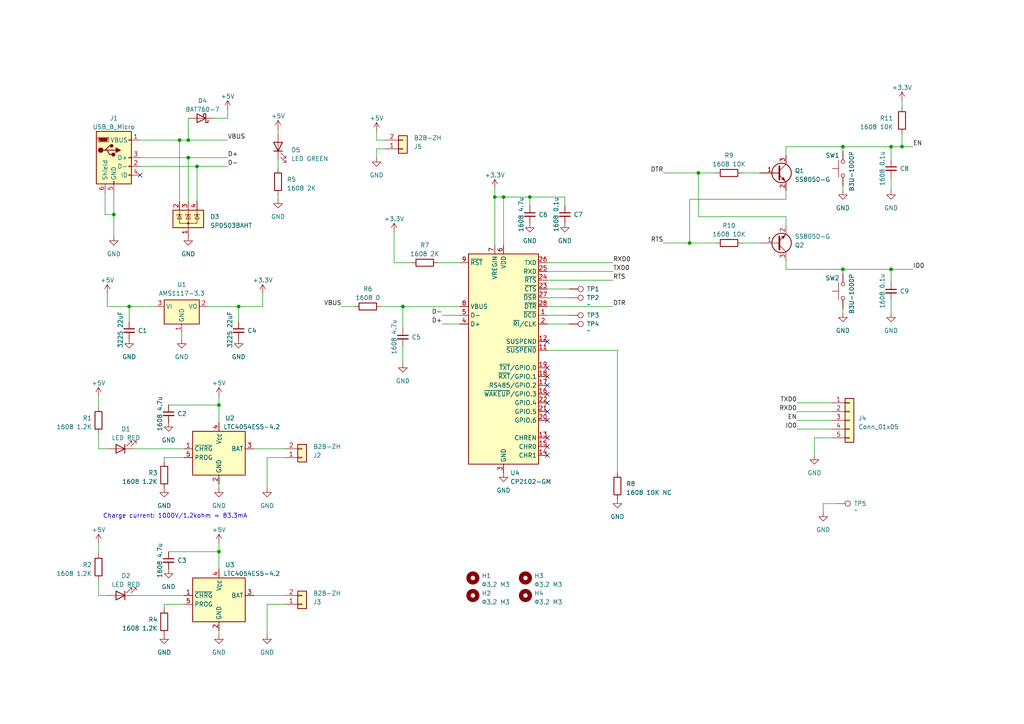
<source format=kicad_sch>
(kicad_sch (version 20230121) (generator eeschema)
  (paper "A4")
  (lib_symbols
    (symbol "Battery_Management:LTC4054ES5-4.2"
      (property "Reference" "U" (at -5.842 6.604 0))
      (property "Value" "LTC4054ES5-4.2" (at 1.524 6.604 0))
      (symbol "LTC4054ES5-4.2_0_1"
        (rectangle (start -7.62 5.08) (end 7.62 -7.62) (stroke (width 0.254)) (fill (type background)))
      )
      (symbol "LTC4054ES5-4.2_1_1"
        (pin open_collector line (at -10.16 0 0) (length 2.54) (name "~{CHRG}") (number "1"))
        (pin power_in line (at 0 -10.16 90) (length 2.54) (name "GND") (number "2"))
        (pin power_out line (at 10.16 0 180) (length 2.54) (name "BAT") (number "3"))
        (pin power_in line (at 0 7.62 270) (length 2.54) (name "V_{CC}") (number "4"))
        (pin bidirectional line (at -10.16 -2.54 0) (length 2.54) (name "PROG") (number "5"))
      )
    )
    (symbol "Connector:TestPoint" (pin_numbers hide) (pin_names (offset 0.762) hide)
      (property "Reference" "TP" (at 0 6.858 0))
      (property "Value" "TestPoint" (at 0 5.08 0))
      (symbol "TestPoint_0_1"
        (circle (center 0 3.302) (radius 0.762))
      )
      (symbol "TestPoint_1_1"
        (pin passive line (at 0 0 90) (length 2.54) (name "1") (number "1"))
      )
    )
    (symbol "Connector:USB_B_Micro" (pin_names (offset 1.016))
      (property "Reference" "J" (at -5.08 11.43 0))
      (property "Value" "USB_B_Micro" (at -5.08 8.89 0))
      (symbol "USB_B_Micro_0_1"
        (rectangle (start -5.08 -7.62) (end 5.08 7.62) (stroke (width 0.254)) (fill (type background)))
        (circle (center -3.81 2.159) (radius 0.635) (stroke (width 0.254)) (fill (type outline)))
        (circle (center -0.635 3.429) (radius 0.381) (stroke (width 0.254)) (fill (type outline)))
        (rectangle (start -0.127 -7.62) (end 0.127 -6.858))
        (polyline (pts (xy -1.905 2.159) (xy 0.635 2.159)) (stroke (width 0.254)))
        (polyline (pts (xy -3.175 2.159) (xy -2.54 2.159) (xy -1.27 3.429) (xy -0.635 3.429)) (stroke (width 0.254)))
        (polyline (pts (xy -2.54 2.159) (xy -1.905 2.159) (xy -1.27 0.889) (xy 0 0.889)) (stroke (width 0.254)))
        (polyline (pts (xy 0.635 2.794) (xy 0.635 1.524) (xy 1.905 2.159) (xy 0.635 2.794)) (stroke (width 0.254)) (fill (type outline)))
        (polyline (pts (xy -4.318 5.588) (xy -1.778 5.588) (xy -2.032 4.826) (xy -4.064 4.826) (xy -4.318 5.588)) (fill (type outline)))
        (polyline (pts (xy -4.699 5.842) (xy -4.699 5.588) (xy -4.445 4.826) (xy -4.445 4.572) (xy -1.651 4.572) (xy -1.651 4.826) (xy -1.397 5.588) (xy -1.397 5.842) (xy -4.699 5.842)))
        (rectangle (start 0.254 1.27) (end -0.508 0.508) (stroke (width 0.254)) (fill (type outline)))
        (rectangle (start 5.08 -5.207) (end 4.318 -4.953))
        (rectangle (start 5.08 -2.667) (end 4.318 -2.413))
        (rectangle (start 5.08 -0.127) (end 4.318 0.127))
        (rectangle (start 5.08 4.953) (end 4.318 5.207))
      )
      (symbol "USB_B_Micro_1_1"
        (pin power_out line (at 7.62 5.08 180) (length 2.54) (name "VBUS") (number "1"))
        (pin bidirectional line (at 7.62 -2.54 180) (length 2.54) (name "D-") (number "2"))
        (pin bidirectional line (at 7.62 0 180) (length 2.54) (name "D+") (number "3"))
        (pin passive line (at 7.62 -5.08 180) (length 2.54) (name "ID") (number "4"))
        (pin power_out line (at 0 -10.16 90) (length 2.54) (name "GND") (number "5"))
        (pin passive line (at -2.54 -10.16 90) (length 2.54) (name "Shield") (number "6"))
      )
    )
    (symbol "Connector_Generic:Conn_01x02" (pin_names (offset 1.016) hide)
      (property "Reference" "J" (at 0 2.54 0))
      (property "Value" "Conn_01x02" (at 0 -5.08 0))
      (symbol "Conn_01x02_1_1"
        (rectangle (start -1.27 -2.413) (end 0 -2.667) (stroke (width 0.1524)))
        (rectangle (start -1.27 0.127) (end 0 -0.127) (stroke (width 0.1524)))
        (rectangle (start -1.27 1.27) (end 1.27 -3.81) (stroke (width 0.254)) (fill (type background)))
        (pin passive line (at -5.08 0 0) (length 3.81) (name "Pin_1") (number "1"))
        (pin passive line (at -5.08 -2.54 0) (length 3.81) (name "Pin_2") (number "2"))
      )
    )
    (symbol "Connector_Generic:Conn_01x05" (pin_names (offset 1.016) hide)
      (property "Reference" "J" (at 0 7.62 0))
      (property "Value" "Conn_01x05" (at 0 -7.62 0))
      (symbol "Conn_01x05_1_1"
        (rectangle (start -1.27 -4.953) (end 0 -5.207) (stroke (width 0.1524)))
        (rectangle (start -1.27 -2.413) (end 0 -2.667) (stroke (width 0.1524)))
        (rectangle (start -1.27 0.127) (end 0 -0.127) (stroke (width 0.1524)))
        (rectangle (start -1.27 2.667) (end 0 2.413) (stroke (width 0.1524)))
        (rectangle (start -1.27 5.207) (end 0 4.953) (stroke (width 0.1524)))
        (rectangle (start -1.27 6.35) (end 1.27 -6.35) (stroke (width 0.254)) (fill (type background)))
        (pin passive line (at -5.08 5.08 0) (length 3.81) (name "Pin_1") (number "1"))
        (pin passive line (at -5.08 2.54 0) (length 3.81) (name "Pin_2") (number "2"))
        (pin passive line (at -5.08 0 0) (length 3.81) (name "Pin_3") (number "3"))
        (pin passive line (at -5.08 -2.54 0) (length 3.81) (name "Pin_4") (number "4"))
        (pin passive line (at -5.08 -5.08 0) (length 3.81) (name "Pin_5") (number "5"))
      )
    )
    (symbol "Device:C_Small" (pin_numbers hide) (pin_names (offset 0.254) hide)
      (property "Reference" "C" (at 0.254 1.778 0))
      (property "Value" "C_Small" (at 0.254 -2.032 0))
      (symbol "C_Small_0_1"
        (polyline (pts (xy -1.524 -0.508) (xy 1.524 -0.508)) (stroke (width 0.3302)))
        (polyline (pts (xy -1.524 0.508) (xy 1.524 0.508)) (stroke (width 0.3048)))
      )
      (symbol "C_Small_1_1"
        (pin passive line (at 0 2.54 270) (length 2.032) (name "~") (number "1"))
        (pin passive line (at 0 -2.54 90) (length 2.032) (name "~") (number "2"))
      )
    )
    (symbol "Device:D_Schottky" (pin_numbers hide) (pin_names (offset 1.016) hide)
      (property "Reference" "D" (at 0 2.54 0))
      (property "Value" "D_Schottky" (at 0 -2.54 0))
      (symbol "D_Schottky_0_1"
        (polyline (pts (xy 1.27 0) (xy -1.27 0)))
        (polyline (pts (xy 1.27 1.27) (xy 1.27 -1.27) (xy -1.27 0) (xy 1.27 1.27)) (stroke (width 0.254)))
        (polyline (pts (xy -1.905 0.635) (xy -1.905 1.27) (xy -1.27 1.27) (xy -1.27 -1.27) (xy -0.635 -1.27) (xy -0.635 -0.635)) (stroke (width 0.254)))
      )
      (symbol "D_Schottky_1_1"
        (pin passive line (at -3.81 0 0) (length 2.54) (name "K") (number "1"))
        (pin passive line (at 3.81 0 180) (length 2.54) (name "A") (number "2"))
      )
    )
    (symbol "Device:LED" (pin_numbers hide) (pin_names (offset 1.016) hide)
      (property "Reference" "D" (at 0 2.54 0))
      (property "Value" "LED" (at 0 -2.54 0))
      (symbol "LED_0_1"
        (polyline (pts (xy -1.27 -1.27) (xy -1.27 1.27)) (stroke (width 0.254)))
        (polyline (pts (xy -1.27 0) (xy 1.27 0)))
        (polyline (pts (xy 1.27 -1.27) (xy 1.27 1.27) (xy -1.27 0) (xy 1.27 -1.27)) (stroke (width 0.254)))
        (polyline (pts (xy -3.048 -0.762) (xy -4.572 -2.286) (xy -3.81 -2.286) (xy -4.572 -2.286) (xy -4.572 -1.524)))
        (polyline (pts (xy -1.778 -0.762) (xy -3.302 -2.286) (xy -2.54 -2.286) (xy -3.302 -2.286) (xy -3.302 -1.524)))
      )
      (symbol "LED_1_1"
        (pin passive line (at -3.81 0 0) (length 2.54) (name "K") (number "1"))
        (pin passive line (at 3.81 0 180) (length 2.54) (name "A") (number "2"))
      )
    )
    (symbol "Device:Q_NPN_BEC" (pin_names (offset 0) hide)
      (property "Reference" "Q" (at 5.08 1.27 0))
      (property "Value" "Q_NPN_BEC" (at 5.08 -1.27 0))
      (symbol "Q_NPN_BEC_0_1"
        (polyline (pts (xy 0.635 0.635) (xy 2.54 2.54)))
        (polyline (pts (xy 0.635 -0.635) (xy 2.54 -2.54) (xy 2.54 -2.54)))
        (polyline (pts (xy 0.635 1.905) (xy 0.635 -1.905) (xy 0.635 -1.905)) (stroke (width 0.508)))
        (polyline (pts (xy 1.27 -1.778) (xy 1.778 -1.27) (xy 2.286 -2.286) (xy 1.27 -1.778) (xy 1.27 -1.778)) (fill (type outline)))
        (circle (center 1.27 0) (radius 2.8194) (stroke (width 0.254)))
      )
      (symbol "Q_NPN_BEC_1_1"
        (pin input line (at -5.08 0 0) (length 5.715) (name "B") (number "1"))
        (pin passive line (at 2.54 -5.08 90) (length 2.54) (name "E") (number "2"))
        (pin passive line (at 2.54 5.08 270) (length 2.54) (name "C") (number "3"))
      )
    )
    (symbol "Device:R" (pin_numbers hide) (pin_names (offset 0))
      (property "Reference" "R" (at 2.032 0 90))
      (property "Value" "R" (at 0 0 90))
      (symbol "R_0_1"
        (rectangle (start -1.016 -2.54) (end 1.016 2.54) (stroke (width 0.254)))
      )
      (symbol "R_1_1"
        (pin passive line (at 0 3.81 270) (length 1.27) (name "~") (number "1"))
        (pin passive line (at 0 -3.81 90) (length 1.27) (name "~") (number "2"))
      )
    )
    (symbol "Interface_USB:CP2102N-Axx-xQFN28"
      (property "Reference" "U" (at -8.89 31.75 0))
      (property "Value" "CP2102N-Axx-xQFN28" (at 12.7 31.75 0))
      (symbol "CP2102N-Axx-xQFN28_0_1"
        (rectangle (start -10.16 30.48) (end 10.16 -30.48) (stroke (width 0.254)) (fill (type background)))
      )
      (symbol "CP2102N-Axx-xQFN28_1_1"
        (pin input line (at 12.7 12.7 180) (length 2.54) (name "~{DCD}") (number "1"))
        (pin no_connect line (at -10.16 -27.94 0) (length 2.54) hide (name "NC") (number "10"))
        (pin output line (at 12.7 2.54 180) (length 2.54) (name "~{SUSPEND}") (number "11"))
        (pin output line (at 12.7 5.08 180) (length 2.54) (name "SUSPEND") (number "12"))
        (pin output line (at 12.7 -22.86 180) (length 2.54) (name "CHREN") (number "13"))
        (pin output line (at 12.7 -27.94 180) (length 2.54) (name "CHR1") (number "14"))
        (pin output line (at 12.7 -25.4 180) (length 2.54) (name "CHR0") (number "15"))
        (pin bidirectional line (at 12.7 -10.16 180) (length 2.54) (name "~{WAKEUP}/GPIO.3") (number "16"))
        (pin bidirectional line (at 12.7 -7.62 180) (length 2.54) (name "RS485/GPIO.2") (number "17"))
        (pin bidirectional line (at 12.7 -5.08 180) (length 2.54) (name "~{RXT}/GPIO.1") (number "18"))
        (pin bidirectional line (at 12.7 -2.54 180) (length 2.54) (name "~{TXT}/GPIO.0") (number "19"))
        (pin bidirectional line (at 12.7 10.16 180) (length 2.54) (name "~{RI}/CLK") (number "2"))
        (pin bidirectional line (at 12.7 -17.78 180) (length 2.54) (name "GPIO.6") (number "20"))
        (pin bidirectional line (at 12.7 -15.24 180) (length 2.54) (name "GPIO.5") (number "21"))
        (pin bidirectional line (at 12.7 -12.7 180) (length 2.54) (name "GPIO.4") (number "22"))
        (pin input line (at 12.7 20.32 180) (length 2.54) (name "~{CTS}") (number "23"))
        (pin output line (at 12.7 22.86 180) (length 2.54) (name "~{RTS}") (number "24"))
        (pin input line (at 12.7 25.4 180) (length 2.54) (name "RXD") (number "25"))
        (pin output line (at 12.7 27.94 180) (length 2.54) (name "TXD") (number "26"))
        (pin input line (at 12.7 17.78 180) (length 2.54) (name "~{DSR}") (number "27"))
        (pin output line (at 12.7 15.24 180) (length 2.54) (name "~{DTR}") (number "28"))
        (pin passive line (at 0 -33.02 90) (length 2.54) hide (name "GND") (number "29"))
        (pin power_in line (at 0 -33.02 90) (length 2.54) (name "GND") (number "3"))
        (pin bidirectional line (at -12.7 10.16 0) (length 2.54) (name "D+") (number "4"))
        (pin bidirectional line (at -12.7 12.7 0) (length 2.54) (name "D-") (number "5"))
        (pin power_in line (at 0 33.02 270) (length 2.54) (name "VDD") (number "6"))
        (pin power_in line (at -2.54 33.02 270) (length 2.54) (name "VREGIN") (number "7"))
        (pin input line (at -12.7 15.24 0) (length 2.54) (name "VBUS") (number "8"))
        (pin input line (at -12.7 27.94 0) (length 2.54) (name "~{RST}") (number "9"))
      )
    )
    (symbol "Mechanical:MountingHole" (pin_names (offset 1.016))
      (property "Reference" "H" (at 0 5.08 0))
      (property "Value" "MountingHole" (at 0 3.175 0))
      (symbol "MountingHole_0_1"
        (circle (center 0 0) (radius 1.27) (stroke (width 1.27)))
      )
    )
    (symbol "Power_Protection:SP0503BAHT" (pin_names hide)
      (property "Reference" "D" (at 5.715 2.54 0))
      (property "Value" "SP0503BAHT" (at 5.715 0.635 0))
      (symbol "SP0503BAHT_0_0"
        (pin passive line (at 0 -5.08 90) (length 2.54) (name "A") (number "1"))
      )
      (symbol "SP0503BAHT_0_1"
        (rectangle (start -4.445 2.54) (end 4.445 -2.54) (stroke (width 0.254)) (fill (type background)))
        (circle (center 0 -1.27) (radius 0.254) (fill (type outline)))
        (polyline (pts (xy -2.54 2.54) (xy -2.54 1.27)))
        (polyline (pts (xy 0 -1.27) (xy 0 -2.54)))
        (polyline (pts (xy 0 -1.27) (xy 0 1.27)))
        (polyline (pts (xy 0 2.54) (xy 0 1.27)))
        (polyline (pts (xy 0.635 1.27) (xy 0.762 1.27)))
        (polyline (pts (xy 2.54 2.54) (xy 2.54 1.27)))
        (polyline (pts (xy 0.635 1.27) (xy -0.762 1.27) (xy -0.762 1.016)))
        (polyline (pts (xy -3.302 1.016) (xy -3.302 1.27) (xy -1.905 1.27) (xy -1.778 1.27)))
        (polyline (pts (xy -2.54 1.27) (xy -2.54 -1.27) (xy 2.54 -1.27) (xy 2.54 1.27)))
        (polyline (pts (xy -2.54 1.27) (xy -1.905 0) (xy -3.175 0) (xy -2.54 1.27)))
        (polyline (pts (xy 0.635 0) (xy -0.635 0) (xy 0 1.27) (xy 0.635 0)))
        (polyline (pts (xy 1.778 1.016) (xy 1.778 1.27) (xy 3.175 1.27) (xy 3.302 1.27)))
        (polyline (pts (xy 2.54 1.27) (xy 1.905 0) (xy 3.175 0) (xy 2.54 1.27)))
      )
      (symbol "SP0503BAHT_1_1"
        (pin passive line (at -2.54 5.08 270) (length 2.54) (name "K") (number "2"))
        (pin passive line (at 0 5.08 270) (length 2.54) (name "K") (number "3"))
        (pin passive line (at 2.54 5.08 270) (length 2.54) (name "K") (number "4"))
      )
    )
    (symbol "Regulator_Linear:AMS1117-3.3"
      (property "Reference" "U" (at -3.81 3.175 0))
      (property "Value" "AMS1117-3.3" (at 0 3.175 0))
      (symbol "AMS1117-3.3_0_1"
        (rectangle (start -5.08 -5.08) (end 5.08 1.905) (stroke (width 0.254)) (fill (type background)))
      )
      (symbol "AMS1117-3.3_1_1"
        (pin power_in line (at 0 -7.62 90) (length 2.54) (name "GND") (number "1"))
        (pin power_out line (at 7.62 0 180) (length 2.54) (name "VO") (number "2"))
        (pin power_in line (at -7.62 0 0) (length 2.54) (name "VI") (number "3"))
      )
    )
    (symbol "Switch:SW_Push" (pin_numbers hide) (pin_names (offset 1.016) hide)
      (property "Reference" "SW" (at 1.27 2.54 0))
      (property "Value" "SW_Push" (at 0 -1.524 0))
      (symbol "SW_Push_0_1"
        (circle (center -2.032 0) (radius 0.508))
        (polyline (pts (xy 0 1.27) (xy 0 3.048)))
        (polyline (pts (xy 2.54 1.27) (xy -2.54 1.27)))
        (circle (center 2.032 0) (radius 0.508))
        (pin passive line (at -5.08 0 0) (length 2.54) (name "1") (number "1"))
        (pin passive line (at 5.08 0 180) (length 2.54) (name "2") (number "2"))
      )
    )
    (symbol "power:+3.3V" (power) (pin_names (offset 0))
      (property "Value" "+3.3V" (at 0 3.556 0))
      (symbol "+3.3V_0_1"
        (polyline (pts (xy -0.762 1.27) (xy 0 2.54)))
        (polyline (pts (xy 0 0) (xy 0 2.54)))
        (polyline (pts (xy 0 2.54) (xy 0.762 1.27)))
      )
      (symbol "+3.3V_1_1"
        (pin power_in line (at 0 0 90) (length 0) hide (name "+3.3V") (number "1"))
      )
    )
    (symbol "power:+5V" (power) (pin_names (offset 0))
      (property "Value" "+5V" (at 0 3.556 0))
      (symbol "+5V_0_1"
        (polyline (pts (xy -0.762 1.27) (xy 0 2.54)))
        (polyline (pts (xy 0 0) (xy 0 2.54)))
        (polyline (pts (xy 0 2.54) (xy 0.762 1.27)))
      )
      (symbol "+5V_1_1"
        (pin power_in line (at 0 0 90) (length 0) hide (name "+5V") (number "1"))
      )
    )
    (symbol "power:GND" (power) (pin_names (offset 0))
      (property "Value" "GND" (at 0 -3.81 0))
      (symbol "GND_0_1"
        (polyline (pts (xy 0 0) (xy 0 -1.27) (xy 1.27 -1.27) (xy 0 -2.54) (xy -1.27 -1.27) (xy 0 -1.27)))
      )
      (symbol "GND_1_1"
        (pin power_in line (at 0 0 270) (length 0) hide (name "GND") (number "1"))
      )
    )
  )
  (junction (at 258.445 42.545))
  (junction (at 146.05 57.15))
  (junction (at 57.15 48.26))
  (junction (at 33.02 62.23))
  (junction (at 153.67 57.15))
  (junction (at 258.445 78.105))
  (junction (at 244.475 42.545))
  (junction (at 200.025 70.485))
  (junction (at 244.475 78.105))
  (junction (at 116.84 88.9))
  (junction (at 143.51 57.15))
  (junction (at 63.5 117.475))
  (junction (at 37.465 88.9))
  (junction (at 52.07 40.64))
  (junction (at 54.61 40.64))
  (junction (at 202.565 50.165))
  (junction (at 63.5 160.02))
  (junction (at 261.62 42.545))
  (junction (at 54.61 45.72))
  (junction (at 69.215 88.9))
  (no_connect (at 158.75 114.3))
  (no_connect (at 158.75 116.84))
  (no_connect (at 158.75 111.76))
  (no_connect (at 158.75 109.22))
  (no_connect (at 158.75 129.54))
  (no_connect (at 158.75 121.92))
  (no_connect (at 158.75 106.68))
  (no_connect (at 158.75 99.06))
  (no_connect (at 158.75 127))
  (no_connect (at 158.75 119.38))
  (no_connect (at 158.75 132.08))
  (no_connect (at 40.64 50.8))
  (wire (pts (xy 53.34 175.26) (xy 47.625 175.26)))
  (wire (pts (xy 48.895 160.02) (xy 63.5 160.02)))
  (wire (pts (xy 158.75 83.82) (xy 165.1 83.82)))
  (wire (pts (xy 244.475 42.545) (xy 244.475 43.815)))
  (wire (pts (xy 143.51 57.15) (xy 146.05 57.15)))
  (wire (pts (xy 114.3 67.31) (xy 114.3 76.2)))
  (wire (pts (xy 258.445 42.545) (xy 258.445 46.355)))
  (wire (pts (xy 231.14 121.92) (xy 241.3 121.92)))
  (wire (pts (xy 244.475 89.535) (xy 244.475 90.805)))
  (wire (pts (xy 57.15 48.26) (xy 66.04 48.26)))
  (wire (pts (xy 54.61 40.64) (xy 66.04 40.64)))
  (wire (pts (xy 261.62 38.735) (xy 261.62 42.545)))
  (wire (pts (xy 215.265 50.165) (xy 220.345 50.165)))
  (wire (pts (xy 28.575 114.935) (xy 28.575 118.11)))
  (wire (pts (xy 48.895 117.475) (xy 63.5 117.475)))
  (wire (pts (xy 153.67 57.15) (xy 163.83 57.15)))
  (wire (pts (xy 244.475 53.975) (xy 244.475 55.245)))
  (wire (pts (xy 158.75 78.74) (xy 177.8 78.74)))
  (wire (pts (xy 192.405 50.165) (xy 202.565 50.165)))
  (wire (pts (xy 143.51 57.15) (xy 143.51 71.12)))
  (wire (pts (xy 261.62 29.21) (xy 261.62 31.115)))
  (wire (pts (xy 77.47 175.26) (xy 82.55 175.26)))
  (wire (pts (xy 244.475 78.105) (xy 244.475 79.375)))
  (wire (pts (xy 77.47 132.715) (xy 82.55 132.715)))
  (wire (pts (xy 77.47 184.15) (xy 77.47 175.26)))
  (wire (pts (xy 231.14 116.84) (xy 241.3 116.84)))
  (wire (pts (xy 28.575 130.175) (xy 28.575 125.73)))
  (wire (pts (xy 158.75 88.9) (xy 177.8 88.9)))
  (wire (pts (xy 109.22 45.72) (xy 109.22 43.18)))
  (wire (pts (xy 38.735 130.175) (xy 53.34 130.175)))
  (wire (pts (xy 227.965 62.865) (xy 227.965 65.405)))
  (wire (pts (xy 116.84 100.33) (xy 116.84 105.41)))
  (wire (pts (xy 215.265 70.485) (xy 220.345 70.485)))
  (wire (pts (xy 163.83 57.15) (xy 163.83 59.69)))
  (wire (pts (xy 80.645 46.355) (xy 80.645 48.895)))
  (wire (pts (xy 80.645 56.515) (xy 80.645 57.785)))
  (wire (pts (xy 128.27 93.98) (xy 133.35 93.98)))
  (wire (pts (xy 202.565 62.865) (xy 227.965 62.865)))
  (wire (pts (xy 28.575 172.72) (xy 28.575 168.275)))
  (wire (pts (xy 227.965 42.545) (xy 244.475 42.545)))
  (wire (pts (xy 236.22 132.08) (xy 236.22 127)))
  (wire (pts (xy 66.04 31.75) (xy 66.04 34.29)))
  (wire (pts (xy 261.62 42.545) (xy 264.795 42.545)))
  (wire (pts (xy 244.475 78.105) (xy 258.445 78.105)))
  (wire (pts (xy 80.645 37.465) (xy 80.645 38.735)))
  (wire (pts (xy 258.445 51.435) (xy 258.445 55.245)))
  (wire (pts (xy 258.445 78.105) (xy 264.795 78.105)))
  (wire (pts (xy 110.49 88.9) (xy 116.84 88.9)))
  (wire (pts (xy 231.14 119.38) (xy 241.3 119.38)))
  (wire (pts (xy 158.75 81.28) (xy 177.8 81.28)))
  (wire (pts (xy 227.965 78.105) (xy 244.475 78.105)))
  (wire (pts (xy 109.22 38.1) (xy 109.22 40.64)))
  (wire (pts (xy 52.705 96.52) (xy 52.705 98.425)))
  (wire (pts (xy 116.84 88.9) (xy 133.35 88.9)))
  (wire (pts (xy 73.66 130.175) (xy 82.55 130.175)))
  (wire (pts (xy 238.76 148.59) (xy 238.76 146.05)))
  (wire (pts (xy 231.14 124.46) (xy 241.3 124.46)))
  (wire (pts (xy 244.475 42.545) (xy 258.445 42.545)))
  (wire (pts (xy 53.34 132.715) (xy 47.625 132.715)))
  (wire (pts (xy 116.84 88.9) (xy 116.84 95.25)))
  (wire (pts (xy 63.5 157.48) (xy 63.5 160.02)))
  (wire (pts (xy 158.75 86.36) (xy 165.1 86.36)))
  (wire (pts (xy 30.48 62.23) (xy 33.02 62.23)))
  (wire (pts (xy 40.64 45.72) (xy 54.61 45.72)))
  (wire (pts (xy 47.625 132.715) (xy 47.625 133.985)))
  (wire (pts (xy 31.115 85.09) (xy 31.115 88.9)))
  (wire (pts (xy 238.76 146.05) (xy 242.57 146.05)))
  (wire (pts (xy 158.75 101.6) (xy 179.07 101.6)))
  (wire (pts (xy 179.07 101.6) (xy 179.07 137.16)))
  (wire (pts (xy 28.575 157.48) (xy 28.575 160.655)))
  (wire (pts (xy 73.66 172.72) (xy 82.55 172.72)))
  (wire (pts (xy 63.5 160.02) (xy 63.5 165.1)))
  (wire (pts (xy 63.5 117.475) (xy 63.5 122.555)))
  (wire (pts (xy 202.565 50.165) (xy 207.645 50.165)))
  (wire (pts (xy 77.47 141.605) (xy 77.47 132.715)))
  (wire (pts (xy 109.22 40.64) (xy 111.76 40.64)))
  (wire (pts (xy 54.61 45.72) (xy 66.04 45.72)))
  (wire (pts (xy 128.27 91.44) (xy 133.35 91.44)))
  (wire (pts (xy 31.115 172.72) (xy 28.575 172.72)))
  (wire (pts (xy 114.3 76.2) (xy 119.38 76.2)))
  (wire (pts (xy 40.64 48.26) (xy 57.15 48.26)))
  (wire (pts (xy 258.445 78.105) (xy 258.445 81.915)))
  (wire (pts (xy 99.06 88.9) (xy 102.87 88.9)))
  (wire (pts (xy 69.215 88.9) (xy 60.325 88.9)))
  (wire (pts (xy 200.025 70.485) (xy 207.645 70.485)))
  (wire (pts (xy 54.61 34.29) (xy 54.61 40.64)))
  (wire (pts (xy 158.75 93.98) (xy 165.1 93.98)))
  (wire (pts (xy 37.465 93.345) (xy 37.465 88.9)))
  (wire (pts (xy 227.965 75.565) (xy 227.965 78.105)))
  (wire (pts (xy 200.025 57.785) (xy 200.025 70.485)))
  (wire (pts (xy 143.51 54.61) (xy 143.51 57.15)))
  (wire (pts (xy 37.465 88.9) (xy 45.085 88.9)))
  (wire (pts (xy 153.67 57.15) (xy 153.67 59.69)))
  (wire (pts (xy 227.965 57.785) (xy 200.025 57.785)))
  (wire (pts (xy 109.22 43.18) (xy 111.76 43.18)))
  (wire (pts (xy 52.07 40.64) (xy 40.64 40.64)))
  (wire (pts (xy 76.2 85.09) (xy 76.2 88.9)))
  (wire (pts (xy 202.565 50.165) (xy 202.565 62.865)))
  (wire (pts (xy 63.5 114.935) (xy 63.5 117.475)))
  (wire (pts (xy 227.965 45.085) (xy 227.965 42.545)))
  (wire (pts (xy 227.965 55.245) (xy 227.965 57.785)))
  (wire (pts (xy 52.07 58.42) (xy 52.07 40.64)))
  (wire (pts (xy 57.15 48.26) (xy 57.15 58.42)))
  (wire (pts (xy 158.75 76.2) (xy 177.8 76.2)))
  (wire (pts (xy 63.5 182.88) (xy 63.5 184.15)))
  (wire (pts (xy 52.07 40.64) (xy 54.61 40.64)))
  (wire (pts (xy 38.735 172.72) (xy 53.34 172.72)))
  (wire (pts (xy 30.48 55.88) (xy 30.48 62.23)))
  (wire (pts (xy 146.05 57.15) (xy 146.05 71.12)))
  (wire (pts (xy 258.445 42.545) (xy 261.62 42.545)))
  (wire (pts (xy 63.5 140.335) (xy 63.5 141.605)))
  (wire (pts (xy 31.115 130.175) (xy 28.575 130.175)))
  (wire (pts (xy 127 76.2) (xy 133.35 76.2)))
  (wire (pts (xy 146.05 57.15) (xy 153.67 57.15)))
  (wire (pts (xy 54.61 45.72) (xy 54.61 58.42)))
  (wire (pts (xy 31.115 88.9) (xy 37.465 88.9)))
  (wire (pts (xy 192.405 70.485) (xy 200.025 70.485)))
  (wire (pts (xy 158.75 91.44) (xy 165.1 91.44)))
  (wire (pts (xy 69.215 93.345) (xy 69.215 88.9)))
  (wire (pts (xy 69.215 88.9) (xy 76.2 88.9)))
  (wire (pts (xy 33.02 62.23) (xy 33.02 68.58)))
  (wire (pts (xy 258.445 86.995) (xy 258.445 90.805)))
  (wire (pts (xy 33.02 55.88) (xy 33.02 62.23)))
  (wire (pts (xy 236.22 127) (xy 241.3 127)))
  (wire (pts (xy 47.625 175.26) (xy 47.625 176.53)))
  (wire (pts (xy 66.04 34.29) (xy 62.23 34.29)))
  (text "Charge current: 1000V/1.2kohm = 83.3mA" (at 29.845 150.495 0) (effects (font (size 1.27 1.27)) (justify left bottom)))
  (label "EN" (at 231.14 121.92 180))
  (label "RTS" (at 192.405 70.485 180))
  (label "DTR" (at 177.8 88.9 0))
  (label "VBUS" (at 66.04 40.64 0))
  (label "VBUS" (at 99.06 88.9 180))
  (label "D-" (at 66.04 48.26 0))
  (label "D+" (at 128.27 93.98 180))
  (label "RXD0" (at 231.14 119.38 180))
  (label "DTR" (at 192.405 50.165 180))
  (label "EN" (at 264.795 42.545 0))
  (label "RTS" (at 177.8 81.28 0))
  (label "D+" (at 66.04 45.72 0))
  (label "TXD0" (at 177.8 78.74 0))
  (label "IO0" (at 264.795 78.105 0))
  (label "RXD0" (at 177.8 76.2 0))
  (label "TXD0" (at 231.14 116.84 180))
  (label "D-" (at 128.27 91.44 180))
  (label "IO0" (at 231.14 124.46 180))
  (symbol (lib_id "power:GND") (at 258.445 90.805 0) (unit 1)
    (property "Reference" "#PWR033" (effects hide))
    (property "Value" "GND" (at 258.445 95.885 0))
  )
  (symbol (lib_id "Device:C_Small") (at 163.83 62.23 0) (unit 1)
    (property "Reference" "C7" (at 166.37 62.23 0) (effects (justify left)))
    (property "Value" "1608 0.1u" (at 161.29 67.31 90) (effects (justify left)))
    (property "Footprint" "Capacitor_SMD:C_0603_1608Metric" (effects hide))
  )
  (symbol (lib_id "Mechanical:MountingHole") (at 152.4 172.72 0) (unit 1)
    (property "Reference" "H4" (at 154.94 172.085 0) (effects (justify left)))
    (property "Value" "Φ3.2 M3" (at 154.94 174.625 0) (effects (justify left)))
    (property "Footprint" "MountingHole:MountingHole_3.2mm_M3" (effects hide))
  )
  (symbol (lib_id "power:GND") (at 238.76 148.59 0) (unit 1)
    (property "Reference" "#PWR036" (effects hide))
    (property "Value" "GND" (at 238.76 153.67 0))
  )
  (symbol (lib_id "Device:R") (at 179.07 140.97 0) (unit 1)
    (property "Reference" "R8" (at 181.61 140.335 0) (effects (justify left)))
    (property "Value" "1608 10K NC" (at 181.61 142.875 0) (effects (justify left)))
    (property "Footprint" "Resistor_SMD:R_0603_1608Metric" (effects hide))
  )
  (symbol (lib_id "Device:R") (at 106.68 88.9 90) (unit 1)
    (property "Reference" "R6" (at 106.68 83.82 90))
    (property "Value" "1608 0" (at 106.68 86.36 90))
    (property "Footprint" "Resistor_SMD:R_0603_1608Metric" (effects hide))
  )
  (symbol (lib_id "Mechanical:MountingHole") (at 152.4 167.64 0) (unit 1)
    (property "Reference" "H3" (at 154.94 167.005 0) (effects (justify left)))
    (property "Value" "Φ3.2 M3" (at 154.94 169.545 0) (effects (justify left)))
    (property "Footprint" "MountingHole:MountingHole_3.2mm_M3" (effects hide))
  )
  (symbol (lib_id "power:GND") (at 52.705 98.425 0) (unit 1)
    (property "Reference" "#PWR010" (effects hide))
    (property "Value" "GND" (at 52.705 103.505 0))
  )
  (symbol (lib_id "Battery_Management:LTC4054ES5-4.2") (at 63.5 130.175 0) (unit 1)
    (property "Reference" "U2" (at 66.675 121.285 0))
    (property "Value" "LTC4054ES5-4.2" (at 73.025 123.825 0))
    (property "Footprint" "Package_TO_SOT_SMD:TSOT-23-5" (effects hide))
    (property "Datasheet" "https://www.analog.com/media/en/technical-documentation/data-sheets/405442xf.pdf" (effects hide))
  )
  (symbol (lib_id "Device:C_Small") (at 258.445 48.895 0) (unit 1)
    (property "Reference" "C8" (at 260.985 48.895 0) (effects (justify left)))
    (property "Value" "1608 0.1u" (at 255.905 53.975 90) (effects (justify left)))
    (property "Footprint" "Capacitor_SMD:C_0603_1608Metric" (effects hide))
  )
  (symbol (lib_id "Device:LED") (at 80.645 42.545 90) (unit 1)
    (property "Reference" "D5" (at 84.455 43.4975 90) (effects (justify right)))
    (property "Value" "LED GREEN" (at 84.455 46.0375 90) (effects (justify right)))
    (property "Footprint" "LED_SMD:LED_0603_1608Metric" (effects hide))
  )
  (symbol (lib_id "power:+5V") (at 28.575 157.48 0) (unit 1)
    (property "Reference" "#PWR02" (effects hide))
    (property "Value" "+5V" (at 28.575 153.67 0))
  )
  (symbol (lib_id "Device:R") (at 28.575 121.92 0) (mirror y) (unit 1)
    (property "Reference" "R1" (at 26.67 121.285 0) (effects (justify left)))
    (property "Value" "1608 1.2K" (at 26.67 123.825 0) (effects (justify left)))
    (property "Footprint" "Resistor_SMD:R_0603_1608Metric" (effects hide))
  )
  (symbol (lib_id "power:GND") (at 48.895 165.1 0) (unit 1)
    (property "Reference" "#PWR09" (effects hide))
    (property "Value" "GND" (at 48.895 170.18 0))
  )
  (symbol (lib_id "Device:R") (at 80.645 52.705 180) (unit 1)
    (property "Reference" "R5" (at 83.185 52.07 0) (effects (justify right)))
    (property "Value" "1608 2K" (at 83.185 54.61 0) (effects (justify right)))
    (property "Footprint" "Resistor_SMD:R_0603_1608Metric" (effects hide))
  )
  (symbol (lib_id "Device:R") (at 211.455 70.485 90) (unit 1)
    (property "Reference" "R10" (at 211.455 65.405 90))
    (property "Value" "1608 10K" (at 211.455 67.945 90))
    (property "Footprint" "Resistor_SMD:R_0603_1608Metric" (effects hide))
  )
  (symbol (lib_id "power:+3.3V") (at 76.2 85.09 0) (unit 1)
    (property "Reference" "#PWR018" (effects hide))
    (property "Value" "+3.3V" (at 76.2 81.28 0))
  )
  (symbol (lib_id "Power_Protection:SP0503BAHT") (at 54.61 63.5 0) (unit 1)
    (property "Reference" "D3" (at 60.96 62.865 0) (effects (justify left)))
    (property "Value" "SP0503BAHT" (at 60.96 65.405 0) (effects (justify left)))
    (property "Footprint" "Package_TO_SOT_SMD:SOT-143" (effects hide))
    (property "Datasheet" "http://www.littelfuse.com/~/media/files/littelfuse/technical%20resources/documents/data%20sheets/sp05xxba.pdf" (effects hide))
  )
  (symbol (lib_id "Connector:TestPoint") (at 165.1 91.44 270) (unit 1)
    (property "Reference" "TP3" (at 170.18 91.44 90) (effects (justify left)))
    (property "Value" "~" (at 170.18 93.345 90) (effects (justify left)))
    (property "Footprint" "TestPoint:TestPoint_Pad_D1.5mm" (effects hide))
  )
  (symbol (lib_id "Connector_Generic:Conn_01x02") (at 116.84 43.18 0) (mirror x) (unit 1)
    (property "Reference" "J5" (at 120.015 42.545 0) (effects (justify left)))
    (property "Value" "B2B-ZH" (at 120.015 40.005 0) (effects (justify left)))
    (property "Footprint" "Connector_PinHeader_2.54mm:PinHeader_1x02_P2.54mm_Vertical" (effects hide))
  )
  (symbol (lib_id "power:+5V") (at 66.04 31.75 0) (unit 1)
    (property "Reference" "#PWR016" (effects hide))
    (property "Value" "+5V" (at 66.04 27.94 0))
  )
  (symbol (lib_id "power:+5V") (at 80.645 37.465 0) (unit 1)
    (property "Reference" "#PWR021" (effects hide))
    (property "Value" "+5V" (at 80.645 33.655 0))
  )
  (symbol (lib_id "power:+3.3V") (at 114.3 67.31 0) (unit 1)
    (property "Reference" "#PWR023" (effects hide))
    (property "Value" "+3.3V" (at 114.3 63.5 0))
  )
  (symbol (lib_id "power:GND") (at 236.22 132.08 0) (unit 1)
    (property "Reference" "#PWR035" (effects hide))
    (property "Value" "GND" (at 236.22 137.16 0))
  )
  (symbol (lib_id "power:GND") (at 77.47 184.15 0) (unit 1)
    (property "Reference" "#PWR020" (effects hide))
    (property "Value" "GND" (at 77.47 189.23 0))
  )
  (symbol (lib_id "Device:D_Schottky") (at 58.42 34.29 180) (unit 1)
    (property "Reference" "D4" (at 58.7375 29.21 0))
    (property "Value" "BAT760-7" (at 58.7375 31.75 0))
    (property "Footprint" "Diode_SMD:D_SOD-323" (effects hide))
  )
  (symbol (lib_id "power:+5V") (at 109.22 38.1 0) (unit 1)
    (property "Reference" "#PWR038" (effects hide))
    (property "Value" "+5V" (at 109.22 34.29 0))
  )
  (symbol (lib_id "Device:Q_NPN_BEC") (at 225.425 70.485 0) (mirror x) (unit 1)
    (property "Reference" "Q2" (at 230.505 71.12 0) (effects (justify left)))
    (property "Value" "SS8050-G" (at 230.505 68.58 0) (effects (justify left)))
    (property "Footprint" "Package_TO_SOT_SMD:SOT-23" (effects hide))
  )
  (symbol (lib_id "Connector:TestPoint") (at 165.1 83.82 270) (unit 1)
    (property "Reference" "TP1" (at 170.18 83.82 90) (effects (justify left)))
    (property "Value" "~" (at 170.18 85.725 90) (effects (justify left)))
    (property "Footprint" "TestPoint:TestPoint_Pad_D1.5mm" (effects hide))
  )
  (symbol (lib_id "power:GND") (at 153.67 64.77 0) (unit 1)
    (property "Reference" "#PWR027" (effects hide))
    (property "Value" "GND" (at 153.67 69.85 0))
  )
  (symbol (lib_id "power:GND") (at 47.625 184.15 0) (unit 1)
    (property "Reference" "#PWR07" (effects hide))
    (property "Value" "GND" (at 47.625 189.23 0))
  )
  (symbol (lib_id "power:GND") (at 116.84 105.41 0) (unit 1)
    (property "Reference" "#PWR024" (effects hide))
    (property "Value" "GND" (at 116.84 110.49 0))
  )
  (symbol (lib_id "Device:LED") (at 34.925 130.175 180) (unit 1)
    (property "Reference" "D1" (at 36.5125 124.46 0))
    (property "Value" "LED RED" (at 36.5125 127 0))
    (property "Footprint" "LED_SMD:LED_0603_1608Metric" (effects hide))
  )
  (symbol (lib_id "Regulator_Linear:AMS1117-3.3") (at 52.705 88.9 0) (unit 1)
    (property "Reference" "U1" (at 52.705 82.55 0))
    (property "Value" "AMS1117-3.3" (at 52.705 85.09 0))
    (property "Footprint" "Package_TO_SOT_SMD:SOT-223-3_TabPin2" (effects hide))
    (property "Datasheet" "http://www.advanced-monolithic.com/pdf/ds1117.pdf" (effects hide))
  )
  (symbol (lib_id "power:GND") (at 163.83 64.77 0) (unit 1)
    (property "Reference" "#PWR028" (effects hide))
    (property "Value" "GND" (at 163.83 69.85 0))
  )
  (symbol (lib_id "Device:C_Small") (at 153.67 62.23 0) (unit 1)
    (property "Reference" "C6" (at 156.21 62.23 0) (effects (justify left)))
    (property "Value" "1608 4.7u" (at 151.13 67.31 90) (effects (justify left)))
    (property "Footprint" "Capacitor_SMD:C_0603_1608Metric" (effects hide))
  )
  (symbol (lib_id "power:GND") (at 69.215 98.425 0) (unit 1)
    (property "Reference" "#PWR017" (effects hide))
    (property "Value" "GND" (at 69.215 103.505 0))
  )
  (symbol (lib_id "power:GND") (at 77.47 141.605 0) (unit 1)
    (property "Reference" "#PWR019" (effects hide))
    (property "Value" "GND" (at 77.47 146.685 0))
  )
  (symbol (lib_id "power:GND") (at 258.445 55.245 0) (unit 1)
    (property "Reference" "#PWR032" (effects hide))
    (property "Value" "GND" (at 258.445 60.325 0))
  )
  (symbol (lib_id "power:GND") (at 63.5 184.15 0) (unit 1)
    (property "Reference" "#PWR015" (effects hide))
    (property "Value" "GND" (at 63.5 189.23 0))
  )
  (symbol (lib_id "Device:C_Small") (at 116.84 97.79 0) (unit 1)
    (property "Reference" "C5" (at 119.38 97.79 0) (effects (justify left)))
    (property "Value" "1608 4.7u" (at 114.3 102.87 90) (effects (justify left)))
    (property "Footprint" "Capacitor_SMD:C_0603_1608Metric" (effects hide))
  )
  (symbol (lib_id "power:+5V") (at 63.5 157.48 0) (unit 1)
    (property "Reference" "#PWR014" (effects hide))
    (property "Value" "+5V" (at 63.5 153.67 0))
  )
  (symbol (lib_id "power:GND") (at 63.5 141.605 0) (unit 1)
    (property "Reference" "#PWR013" (effects hide))
    (property "Value" "GND" (at 63.5 146.685 0))
  )
  (symbol (lib_id "Switch:SW_Push") (at 244.475 48.895 90) (unit 1)
    (property "Reference" "SW1" (at 239.395 45.085 90) (effects (justify right)))
    (property "Value" "B3U-1000P" (at 247.015 43.815 0) (effects (justify right)))
    (property "Footprint" "Button_Switch_SMD:SW_SPST_B3U-1000P" (effects hide))
  )
  (symbol (lib_id "power:GND") (at 33.02 68.58 0) (unit 1)
    (property "Reference" "#PWR04" (effects hide))
    (property "Value" "GND" (at 33.02 73.66 0))
  )
  (symbol (lib_id "Device:LED") (at 34.925 172.72 180) (unit 1)
    (property "Reference" "D2" (at 36.5125 167.005 0))
    (property "Value" "LED RED" (at 36.5125 169.545 0))
    (property "Footprint" "LED_SMD:LED_0603_1608Metric" (effects hide))
  )
  (symbol (lib_id "Device:C_Small") (at 258.445 84.455 0) (unit 1)
    (property "Reference" "C9" (at 260.985 84.455 0) (effects (justify left)))
    (property "Value" "1608 0.1u" (at 255.905 89.535 90) (effects (justify left)))
    (property "Footprint" "Capacitor_SMD:C_0603_1608Metric" (effects hide))
  )
  (symbol (lib_id "Device:C_Small") (at 48.895 162.56 0) (unit 1)
    (property "Reference" "C3" (at 51.435 162.56 0) (effects (justify left)))
    (property "Value" "1608 4.7u" (at 46.355 167.64 90) (effects (justify left)))
    (property "Footprint" "Capacitor_SMD:C_0603_1608Metric" (effects hide))
  )
  (symbol (lib_id "power:+3.3V") (at 261.62 29.21 0) (unit 1)
    (property "Reference" "#PWR034" (effects hide))
    (property "Value" "+3.3V" (at 261.62 25.4 0))
  )
  (symbol (lib_id "Interface_USB:CP2102N-Axx-xQFN28") (at 146.05 104.14 0) (unit 1)
    (property "Reference" "U4" (at 148.0059 137.16 0) (effects (justify left)))
    (property "Value" "CP2102-GM" (at 148.0059 139.7 0) (effects (justify left)))
    (property "Footprint" "Package_DFN_QFN:QFN-28-1EP_5x5mm_P0.5mm_EP3.35x3.35mm" (effects hide))
    (property "Datasheet" "https://www.silabs.com/documents/public/data-sheets/cp2102n-datasheet.pdf" (effects hide))
  )
  (symbol (lib_id "Connector:TestPoint") (at 165.1 93.98 270) (unit 1)
    (property "Reference" "TP4" (at 170.18 93.98 90) (effects (justify left)))
    (property "Value" "~" (at 170.18 95.885 90) (effects (justify left)))
    (property "Footprint" "TestPoint:TestPoint_Pad_D1.5mm" (effects hide))
  )
  (symbol (lib_id "Connector_Generic:Conn_01x05") (at 246.38 121.92 0) (unit 1)
    (property "Reference" "J4" (at 248.92 121.285 0) (effects (justify left)))
    (property "Value" "Conn_01x05" (at 248.92 123.825 0) (effects (justify left)))
    (property "Footprint" "Connector_PinHeader_1.27mm:PinHeader_1x05_P1.27mm_Vertical" (effects hide))
  )
  (symbol (lib_id "Mechanical:MountingHole") (at 137.16 167.64 0) (unit 1)
    (property "Reference" "H1" (at 139.7 167.005 0) (effects (justify left)))
    (property "Value" "Φ3.2 M3" (at 139.7 169.545 0) (effects (justify left)))
    (property "Footprint" "MountingHole:MountingHole_3.2mm_M3" (effects hide))
  )
  (symbol (lib_id "power:+5V") (at 63.5 114.935 0) (unit 1)
    (property "Reference" "#PWR012" (effects hide))
    (property "Value" "+5V" (at 63.5 111.125 0))
  )
  (symbol (lib_id "Device:C_Small") (at 48.895 120.015 0) (unit 1)
    (property "Reference" "C2" (at 51.435 120.015 0) (effects (justify left)))
    (property "Value" "1608 4.7u" (at 46.355 125.095 90) (effects (justify left)))
    (property "Footprint" "Capacitor_SMD:C_0603_1608Metric" (effects hide))
  )
  (symbol (lib_id "Device:R") (at 28.575 164.465 0) (mirror y) (unit 1)
    (property "Reference" "R2" (at 26.67 163.83 0) (effects (justify left)))
    (property "Value" "1608 1.2K" (at 26.67 166.37 0) (effects (justify left)))
    (property "Footprint" "Resistor_SMD:R_0603_1608Metric" (effects hide))
  )
  (symbol (lib_id "power:GND") (at 146.05 137.16 0) (unit 1)
    (property "Reference" "#PWR026" (effects hide))
    (property "Value" "GND" (at 146.05 142.24 0))
  )
  (symbol (lib_id "Device:R") (at 47.625 180.34 0) (mirror y) (unit 1)
    (property "Reference" "R4" (at 45.72 179.705 0) (effects (justify left)))
    (property "Value" "1608 1.2K" (at 45.72 182.245 0) (effects (justify left)))
    (property "Footprint" "Resistor_SMD:R_0603_1608Metric" (effects hide))
  )
  (symbol (lib_id "power:GND") (at 179.07 144.78 0) (unit 1)
    (property "Reference" "#PWR029" (effects hide))
    (property "Value" "GND" (at 179.07 149.86 0))
  )
  (symbol (lib_id "Switch:SW_Push") (at 244.475 84.455 90) (unit 1)
    (property "Reference" "SW2" (at 239.395 80.645 90) (effects (justify right)))
    (property "Value" "B3U-1000P" (at 247.015 79.375 0) (effects (justify right)))
    (property "Footprint" "Button_Switch_SMD:SW_SPST_B3U-1000P" (effects hide))
  )
  (symbol (lib_id "Device:C_Small") (at 69.215 95.885 0) (unit 1)
    (property "Reference" "C4" (at 71.755 95.885 0) (effects (justify left)))
    (property "Value" "3225 22uF" (at 66.675 100.965 90) (effects (justify left)))
    (property "Footprint" "Capacitor_SMD:C_1210_3225Metric" (effects hide))
  )
  (symbol (lib_id "Connector:USB_B_Micro") (at 33.02 45.72 0) (unit 1)
    (property "Reference" "J1" (at 33.02 34.29 0))
    (property "Value" "USB_B_Micro" (at 33.02 36.83 0))
    (property "Footprint" "Connector_USB:USB_Micro-B_Molex-105017-0001" (effects hide))
  )
  (symbol (lib_id "Device:R") (at 123.19 76.2 90) (unit 1)
    (property "Reference" "R7" (at 123.19 71.12 90))
    (property "Value" "1608 2K" (at 123.19 73.66 90))
    (property "Footprint" "Resistor_SMD:R_0603_1608Metric" (effects hide))
  )
  (symbol (lib_id "Connector_Generic:Conn_01x02") (at 87.63 132.715 0) (mirror x) (unit 1)
    (property "Reference" "J2" (at 90.805 132.08 0) (effects (justify left)))
    (property "Value" "B2B-ZH" (at 90.805 129.54 0) (effects (justify left)))
    (property "Footprint" "Library:B2B-ZH" (effects hide))
  )
  (symbol (lib_id "power:GND") (at 109.22 45.72 0) (unit 1)
    (property "Reference" "#PWR037" (effects hide))
    (property "Value" "GND" (at 109.22 50.8 0))
  )
  (symbol (lib_id "power:+3.3V") (at 143.51 54.61 0) (unit 1)
    (property "Reference" "#PWR025" (effects hide))
    (property "Value" "+3.3V" (at 143.51 50.8 0))
  )
  (symbol (lib_id "Connector_Generic:Conn_01x02") (at 87.63 175.26 0) (mirror x) (unit 1)
    (property "Reference" "J3" (at 90.805 174.625 0) (effects (justify left)))
    (property "Value" "B2B-ZH" (at 90.805 172.085 0) (effects (justify left)))
    (property "Footprint" "Library:B2B-ZH" (effects hide))
  )
  (symbol (lib_id "Device:R") (at 211.455 50.165 90) (unit 1)
    (property "Reference" "R9" (at 211.455 45.085 90))
    (property "Value" "1608 10K" (at 211.455 47.625 90))
    (property "Footprint" "Resistor_SMD:R_0603_1608Metric" (effects hide))
  )
  (symbol (lib_id "Battery_Management:LTC4054ES5-4.2") (at 63.5 172.72 0) (unit 1)
    (property "Reference" "U3" (at 66.675 163.83 0))
    (property "Value" "LTC4054ES5-4.2" (at 73.025 166.37 0))
    (property "Footprint" "Package_TO_SOT_SMD:TSOT-23-5" (effects hide))
    (property "Datasheet" "https://www.analog.com/media/en/technical-documentation/data-sheets/405442xf.pdf" (effects hide))
  )
  (symbol (lib_id "Connector:TestPoint") (at 165.1 86.36 270) (unit 1)
    (property "Reference" "TP2" (at 170.18 86.36 90) (effects (justify left)))
    (property "Value" "~" (at 170.18 88.265 90) (effects (justify left)))
    (property "Footprint" "TestPoint:TestPoint_Pad_D1.5mm" (effects hide))
  )
  (symbol (lib_id "power:GND") (at 244.475 90.805 0) (unit 1)
    (property "Reference" "#PWR031" (effects hide))
    (property "Value" "GND" (at 244.475 95.885 0))
  )
  (symbol (lib_id "Device:C_Small") (at 37.465 95.885 0) (unit 1)
    (property "Reference" "C1" (at 40.005 95.885 0) (effects (justify left)))
    (property "Value" "3225 22uF" (at 34.925 100.965 90) (effects (justify left)))
    (property "Footprint" "Capacitor_SMD:C_1210_3225Metric" (effects hide))
  )
  (symbol (lib_id "power:GND") (at 54.61 68.58 0) (unit 1)
    (property "Reference" "#PWR011" (effects hide))
    (property "Value" "GND" (at 54.61 73.66 0))
  )
  (symbol (lib_id "Device:R") (at 47.625 137.795 0) (mirror y) (unit 1)
    (property "Reference" "R3" (at 45.72 137.16 0) (effects (justify left)))
    (property "Value" "1608 1.2K" (at 45.72 139.7 0) (effects (justify left)))
    (property "Footprint" "Resistor_SMD:R_0603_1608Metric" (effects hide))
  )
  (symbol (lib_id "Connector:TestPoint") (at 242.57 146.05 270) (unit 1)
    (property "Reference" "TP5" (at 247.65 146.05 90) (effects (justify left)))
    (property "Value" "~" (at 247.65 147.955 90) (effects (justify left)))
    (property "Footprint" "Connector_PinHeader_2.54mm:PinHeader_1x01_P2.54mm_Vertical" (effects hide))
  )
  (symbol (lib_id "power:+5V") (at 28.575 114.935 0) (unit 1)
    (property "Reference" "#PWR01" (effects hide))
    (property "Value" "+5V" (at 28.575 111.125 0))
  )
  (symbol (lib_id "Device:Q_NPN_BEC") (at 225.425 50.165 0) (unit 1)
    (property "Reference" "Q1" (at 230.505 49.53 0) (effects (justify left)))
    (property "Value" "SS8050-G" (at 230.505 52.07 0) (effects (justify left)))
    (property "Footprint" "Package_TO_SOT_SMD:SOT-23" (effects hide))
  )
  (symbol (lib_id "power:GND") (at 80.645 57.785 0) (unit 1)
    (property "Reference" "#PWR022" (effects hide))
    (property "Value" "GND" (at 80.645 62.865 0))
  )
  (symbol (lib_id "power:GND") (at 47.625 141.605 0) (unit 1)
    (property "Reference" "#PWR06" (effects hide))
    (property "Value" "GND" (at 47.625 146.685 0))
  )
  (symbol (lib_id "power:GND") (at 48.895 122.555 0) (unit 1)
    (property "Reference" "#PWR08" (effects hide))
    (property "Value" "GND" (at 48.895 127.635 0))
  )
  (symbol (lib_id "Mechanical:MountingHole") (at 137.16 172.72 0) (unit 1)
    (property "Reference" "H2" (at 139.7 172.085 0) (effects (justify left)))
    (property "Value" "Φ3.2 M3" (at 139.7 174.625 0) (effects (justify left)))
    (property "Footprint" "MountingHole:MountingHole_3.2mm_M3" (effects hide))
  )
  (symbol (lib_id "Device:R") (at 261.62 34.925 0) (mirror y) (unit 1)
    (property "Reference" "R11" (at 259.08 34.29 0) (effects (justify left)))
    (property "Value" "1608 10K" (at 259.08 36.83 0) (effects (justify left)))
    (property "Footprint" "Resistor_SMD:R_0603_1608Metric" (effects hide))
  )
  (symbol (lib_id "power:GND") (at 244.475 55.245 0) (unit 1)
    (property "Reference" "#PWR030" (effects hide))
    (property "Value" "GND" (at 244.475 60.325 0))
  )
  (symbol (lib_id "power:+5V") (at 31.115 85.09 0) (unit 1)
    (property "Reference" "#PWR03" (effects hide))
    (property "Value" "+5V" (at 31.115 81.28 0))
  )
  (symbol (lib_id "power:GND") (at 37.465 98.425 0) (unit 1)
    (property "Reference" "#PWR05" (effects hide))
    (property "Value" "GND" (at 37.465 103.505 0))
  )
)
</source>
